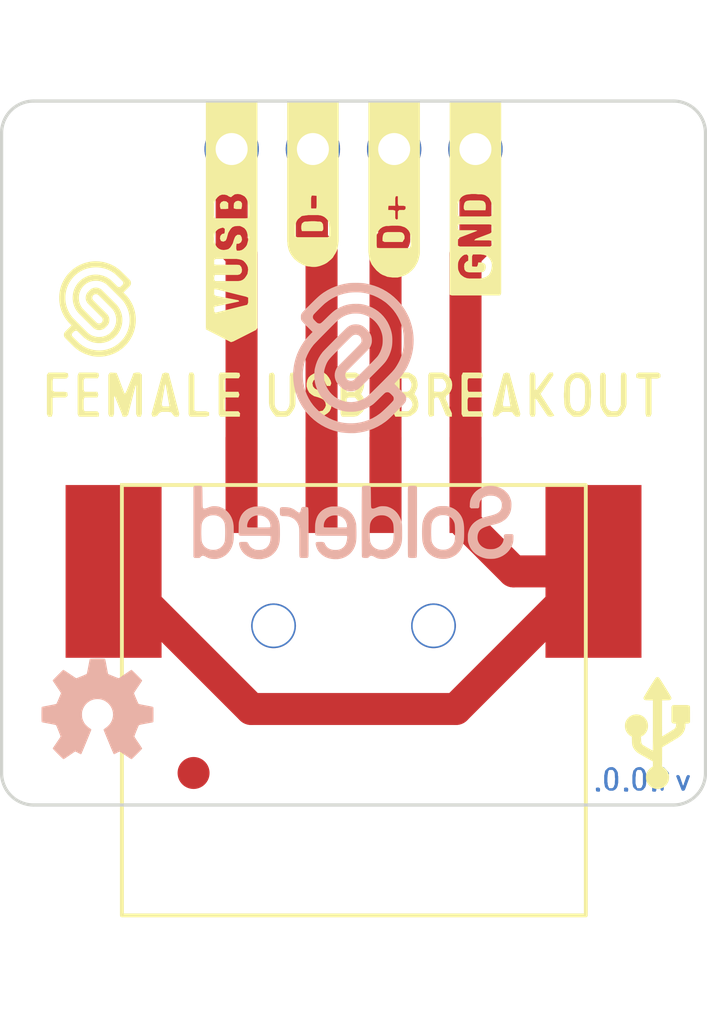
<source format=kicad_pcb>
(kicad_pcb (version 20210126) (generator pcbnew)
  (layers (0 "F.Cu" mixed) (31 "B.Cu" signal) (34 "B.Paste" user) (35 "F.Paste" user) (36 "B.SilkS" user "B.Silkscreen") (37 "F.SilkS" user "F.Silkscreen") (38 "B.Mask" user) (39 "F.Mask" user) (44 "Edge.Cuts" user))
  (net 0 "")
  (net 1 "Net-(K1-Pad4)")
  (net 2 "Net-(K1-Pad3)")
  (net 3 "Net-(K1-Pad2)")
  (net 4 "GND")
  (footprint "e-radionica.com footprinti:HOLE_3.2mm" (layer "F.Cu") (at 103 111)
    (fp_text reference "H1" hide)
    (fp_text value "HOLE_3.2mm" hide)
    (pad "" np_thru_hole circle (at 0 0) (size 3.2 3.2) (drill 3.2) (layers F&B.Cu *.Mask))
  )
  (footprint "buzzardLabel" (layer "F.Cu") (at 111 117.2)
    (fp_text reference "" (at 0 0) (layer "F.SilkS") (effects (font (size 1.27 1.27))))
    (fp_text value "" (at 0 0) (layer "F.SilkS") (effects (font (size 1.27 1.27))))
  )
  (footprint "buzzardLabel" (layer "F.Cu") (at 112.27 107.6 90)
    (fp_text reference "" (at 0 0 90) (layer "F.SilkS") (effects (font (size 1.27 1.27))))
    (fp_text value "" (at 0 0 90) (layer "F.SilkS") (effects (font (size 1.27 1.27))))
  )
  (footprint "Soldered Graphics:Logo-Front-Soldered-3mm" (layer "F.Cu") (at 103 114.5)
    (fp_text reference "G***" hide)
    (fp_text value "LOGO" hide)
  )
  (footprint "e-radionica.com footprinti:FIDUCIAL_1MM_PASTE" (layer "F.Cu") (at 106 129)
    (fp_text reference "FD1")
    (fp_text value "Fiducial_Stencil")
    (pad "1" smd circle (at 0 0) (size 1 1) (property pad_prop_fiducial_glob) (layers "F.Cu" "F.Paste" "F.Mask"))
  )
  (footprint "Soldered Graphics:Logo-Back-OSH-3.5mm" (layer "F.Cu") (at 103 127)
    (fp_text reference "G***" hide)
    (fp_text value "LOGO" hide)
  )
  (footprint "Soldered Graphics:Logo-Back-SolderedVERTICAL-10mm" (layer "F.Cu") (at 111 118)
    (fp_text reference "G***" hide)
    (fp_text value "LOGO" hide)
  )
  (footprint "e-radionica.com footprinti:HEADER_MALE_4X1" (layer "F.Cu") (at 111 109.5 180)
    (fp_text reference "K1")
    (fp_text value "HEADER_MALE_4X1")
    (pad "1" thru_hole circle (at -3.81 0 180) (size 1.7 1.7) (drill 1) (layers *.Cu *.Mask) (net 4 "GND"))
    (pad "2" thru_hole circle (at -1.27 0 180) (size 1.7 1.7) (drill 1) (layers *.Cu *.Mask) (net 3 "Net-(K1-Pad2)"))
    (pad "3" thru_hole circle (at 1.27 0 180) (size 1.7 1.7) (drill 1) (layers *.Cu *.Mask) (net 2 "Net-(K1-Pad3)"))
    (pad "4" thru_hole circle (at 3.81 0 180) (size 1.7 1.7) (drill 1) (layers *.Cu *.Mask) (net 1 "Net-(K1-Pad4)"))
  )
  (footprint "Soldered Graphics:Symbol-Front-USB" (layer "F.Cu") (at 120.5 127.75)
    (fp_text reference "G***" hide)
    (fp_text value "LOGO" hide)
  )
  (footprint "buzzardLabel" (layer "F.Cu") (at 109.73 107.6 90)
    (fp_text reference "" (at 0 0 90) (layer "F.SilkS") (effects (font (size 1.27 1.27))))
    (fp_text value "" (at 0 0 90) (layer "F.SilkS") (effects (font (size 1.27 1.27))))
  )
  (footprint "buzzardLabel" (layer "F.Cu") (at 107.19 107.6 90)
    (fp_text reference "" (at 0 0 90) (layer "F.SilkS") (effects (font (size 1.27 1.27))))
    (fp_text value "" (at 0 0 90) (layer "F.SilkS") (effects (font (size 1.27 1.27))))
  )
  (footprint "buzzardLabel" (layer "F.Cu") (at 114.81 107.6 90)
    (fp_text reference "" (at 0 0 90) (layer "F.SilkS") (effects (font (size 1.27 1.27))))
    (fp_text value "" (at 0 0 90) (layer "F.SilkS") (effects (font (size 1.27 1.27))))
  )
  (footprint "e-radionica.com footprinti:USB_A_FEMALE_CONECTOR" (layer "F.Cu") (at 111 120)
    (fp_text reference "K2")
    (fp_text value "USB_A_FEMALE_CONNECTOR")
    (pad "" thru_hole circle (at -2.5 4.4) (size 1.4 1.4) (drill 1.3) (layers *.Cu *.Mask))
    (pad "" thru_hole circle (at 2.5 4.4) (size 1.4 1.4) (drill 1.3) (layers *.Cu *.Mask))
    (pad "1" smd rect (at -3.5 0) (size 1 3) (layers "F.Cu" "F.Paste" "F.Mask") (net 1 "Net-(K1-Pad4)"))
    (pad "2" smd rect (at -1 0) (size 1 3) (layers "F.Cu" "F.Paste" "F.Mask") (net 2 "Net-(K1-Pad3)"))
    (pad "3" smd rect (at 1 0) (size 1 3) (layers "F.Cu" "F.Paste" "F.Mask") (net 3 "Net-(K1-Pad2)"))
    (pad "4" smd rect (at 3.5 0) (size 1 3) (layers "F.Cu" "F.Paste" "F.Mask") (net 4 "GND"))
    (pad "5" smd rect (at 7.5 2.7) (size 3 5.4) (layers "F.Cu" "F.Paste" "F.Mask") (net 4 "GND"))
    (pad "5" smd rect (at -7.5 2.7) (size 3 5.4) (layers "F.Cu" "F.Paste" "F.Mask") (net 4 "GND"))
  )
  (footprint "e-radionica.com footprinti:HOLE_3.2mm" (layer "F.Cu") (at 119 111)
    (fp_text reference "H2" hide)
    (fp_text value "HOLE_3.2mm" hide)
    (pad "" np_thru_hole circle (at 0 0) (size 3.2 3.2) (drill 3.2) (layers F&B.Cu *.Mask))
  )
  (footprint "Soldered Graphics:Version1.0.0." (layer "B.Cu") (at 120 129.2 180)
    (fp_text reference "" (at 0 0) (layer "B.SilkS") (effects (font (size 1.27 1.27)) (justify mirror)))
    (fp_text value "" (at 0 0) (layer "B.SilkS") (effects (font (size 1.27 1.27)) (justify mirror)))
    (fp_poly (pts (xy 0.06 -0.35) (xy 0.11 -0.35) (xy 0.17 -0.33) (xy 0.13 -0.28) (xy 0.03 -0.28) (xy -0.01 -0.25) (xy -0.03 -0.2) (xy -0.05 -0.15) (xy -0.05 -0.11) (xy -0.05 0.01) (xy -0.05 0.13) (xy -0.05 0.17) (xy -0.03 0.22) (xy -0.01 0.27) (xy 0.02 0.3) (xy 0.13 0.3) (xy 0.16 0.26) (xy 0.18 0.21) (xy 0.18 0.15) (xy 0.19 0.05) (xy 0.19 -0.08) (xy 0.19 -0.12) (xy 0.18 -0.17) (xy 0.16 -0.22) (xy 0.14 -0.27) (xy 0.14 -0.28) (xy 0.17 -0.32) (xy 0.21 -0.29) (xy 0.24 -0.26) (xy 0.26 -0.22) (xy 0.27 -0.16) (xy 0.28 -0.11) (xy 0.28 -0.06) (xy 0.28 0.06) (xy 0.28 0.12) (xy 0.27 0.17) (xy 0.26 0.22) (xy 0.25 0.27) (xy 0.22 0.3) (xy 0.19 0.34) (xy 0.13 0.37) (xy 0.08 0.38) (xy 0.02 0.38) (xy -0.03 0.35) (xy -0.08 0.31) (xy -0.1 0.28) (xy -0.12 0.23) (xy -0.14 0.18) (xy -0.14 0.13) (xy -0.15 0.08) (xy -0.15 -0.04) (xy -0.14 -0.1) (xy -0.14 -0.14) (xy -0.13 -0.2) (xy -0.11 -0.25) (xy -0.08 -0.28) (xy -0.05 -0.32) (xy 0.01 -0.35) (xy 0.06 -0.35)) (layer "B.Cu") (width 0.01) (fill solid))
    (fp_poly (pts (xy 1.31 -0.38) (xy 1.36 -0.38) (xy 1.41 -0.37) (xy 1.42 -0.33) (xy 1.42 -0.27) (xy 1.38 -0.26) (xy 1.33 -0.26) (xy 1.3 -0.29) (xy 1.3 -0.34) (xy 1.31 -0.38)) (layer "B.Cu") (width 0.01) (fill solid))
    (fp_poly (pts (xy 0.43 -0.38) (xy 0.48 -0.38) (xy 0.54 -0.37) (xy 0.54 -0.33) (xy 0.54 -0.27) (xy 0.5 -0.26) (xy 0.45 -0.26) (xy 0.42 -0.29) (xy 0.42 -0.34) (xy 0.43 -0.38)) (layer "B.Cu") (width 0.01) (fill solid))
    (fp_poly (pts (xy -0.44 -0.38) (xy -0.39 -0.38) (xy -0.34 -0.37) (xy -0.34 -0.33) (xy -0.34 -0.27) (xy -0.38 -0.26) (xy -0.43 -0.26) (xy -0.46 -0.29) (xy -0.46 -0.34) (xy -0.44 -0.38)) (layer "B.Cu") (width 0.01) (fill solid))
    (fp_poly (pts (xy 0.93 -0.35) (xy 0.99 -0.35) (xy 1.04 -0.33) (xy 1.01 -0.28) (xy 0.91 -0.28) (xy 0.87 -0.25) (xy 0.85 -0.2) (xy 0.83 -0.15) (xy 0.83 -0.11) (xy 0.82 0.01) (xy 0.83 0.13) (xy 0.83 0.17) (xy 0.84 0.22) (xy 0.87 0.27) (xy 0.9 0.3) (xy 1.01 0.3) (xy 1.04 0.26) (xy 1.05 0.21) (xy 1.06 0.15) (xy 1.07 0.05) (xy 1.07 -0.08) (xy 1.06 -0.12) (xy 1.06 -0.17) (xy 1.04 -0.22) (xy 1.02 -0.27) (xy 1.01 -0.28) (xy 1.05 -0.32) (xy 1.09 -0.29) (xy 1.12 -0.26) (xy 1.14 -0.22) (xy 1.15 -0.16) (xy 1.16 -0.11) (xy 1.16 -0.06) (xy 1.16 0.06) (xy 1.16 0.12) (xy 1.15 0.17) (xy 1.14 0.22) (xy 1.13 0.27) (xy 1.1 0.3) (xy 1.06 0.34) (xy 1.01 0.37) (xy 0.95 0.38) (xy 0.9 0.38) (xy 0.84 0.35) (xy 0.8 0.31) (xy 0.78 0.28) (xy 0.75 0.23) (xy 0.74 0.18) (xy 0.74 0.13) (xy 0.73 0.08) (xy 0.73 -0.04) (xy 0.73 -0.1) (xy 0.74 -0.14) (xy 0.75 -0.2) (xy 0.77 -0.25) (xy 0.79 -0.28) (xy 0.83 -0.32) (xy 0.89 -0.35) (xy 0.93 -0.35)) (layer "B.Cu") (width 0.01) (fill solid))
    (fp_poly (pts (xy -0.67 -0.35) (xy -0.62 -0.35) (xy -0.6 -0.31) (xy -0.6 0.35) (xy -0.64 0.38) (xy -0.69 0.38) (xy -0.73 0.34) (xy -0.84 0.22) (xy -0.86 0.17) (xy -0.83 0.16) (xy -0.73 0.22) (xy -0.69 0.23) (xy -0.69 -0.31) (xy -0.67 -0.35)) (layer "B.Cu") (width 0.01) (fill solid))
    (fp_poly (pts (xy -1.33 -0.35) (xy -1.27 -0.35) (xy -1.25 -0.31) (xy -1.09 0.1) (xy -1.11 0.13) (xy -1.16 0.13) (xy -1.19 0.1) (xy -1.28 -0.16) (xy -1.3 -0.21) (xy -1.32 -0.17) (xy -1.41 0.09) (xy -1.44 0.13) (xy -1.49 0.13) (xy -1.51 0.1) (xy -1.36 -0.31) (xy -1.33 -0.35)) (layer "B.Cu") (width 0.01) (fill solid))
  )
  (gr_line (start 100 129) (end 100 109) (layer "Edge.Cuts") (width 0.1))
  (gr_arc (start 121 109) (end 121 108) (angle 90) (layer "Edge.Cuts") (width 0.1))
  (gr_line (start 122 109) (end 122 129) (layer "Edge.Cuts") (width 0.1))
  (gr_line (start 121 130) (end 101 130) (layer "Edge.Cuts") (width 0.1))
  (gr_line (start 101 108) (end 121 108) (layer "Edge.Cuts") (width 0.1))
  (gr_arc (start 101 129) (end 101 130) (angle 90) (layer "Edge.Cuts") (width 0.1))
  (gr_arc (start 101 109) (end 101 108) (angle -90) (layer "Edge.Cuts") (width 0.1))
  (gr_arc (start 121 129) (end 121 130) (angle -90) (layer "Edge.Cuts") (width 0.1))
  (segment (start 107.19 112.49) (end 107.19 109.5) (width 1) (layer "F.Cu") (net 1))
  (segment (start 107.5 120) (end 107.5 112.8) (width 1) (layer "F.Cu") (net 1))
  (segment (start 107.5 112.8) (end 107.19 112.49) (width 1) (layer "F.Cu") (net 1))
  (segment (start 110 112.7) (end 109.7 112.4) (width 1) (layer "F.Cu") (net 2))
  (segment (start 110 120) (end 110 112.7) (width 1) (layer "F.Cu") (net 2))
  (segment (start 109.7 109.53) (end 109.73 109.5) (width 1) (layer "F.Cu") (net 2))
  (segment (start 109.7 112.4) (end 109.7 109.53) (width 1) (layer "F.Cu") (net 2))
  (segment (start 112.27 112.33) (end 112.27 109.5) (width 1) (layer "F.Cu") (net 3))
  (segment (start 112 112.6) (end 112.27 112.33) (width 1) (layer "F.Cu") (net 3))
  (segment (start 112 120) (end 112 112.6) (width 1) (layer "F.Cu") (net 3))
  (segment (start 114.81 112.49) (end 114.81 109.5) (width 1) (layer "F.Cu") (net 4))
  (segment (start 114.2 127) (end 118.5 122.7) (width 1) (layer "F.Cu") (net 4))
  (segment (start 114.5 120) (end 114.5 121.2) (width 1) (layer "F.Cu") (net 4))
  (segment (start 114.5 120) (end 114.5 112.8) (width 1) (layer "F.Cu") (net 4))
  (segment (start 116 122.7) (end 118.5 122.7) (width 1) (layer "F.Cu") (net 4))
  (segment (start 114.5 121.2) (end 116 122.7) (width 1) (layer "F.Cu") (net 4))
  (segment (start 103.5 122.7) (end 107.8 127) (width 1) (layer "F.Cu") (net 4))
  (segment (start 114.5 112.8) (end 114.81 112.49) (width 1) (layer "F.Cu") (net 4))
  (segment (start 107.8 127) (end 114.2 127) (width 1) (layer "F.Cu") (net 4))
)
</source>
